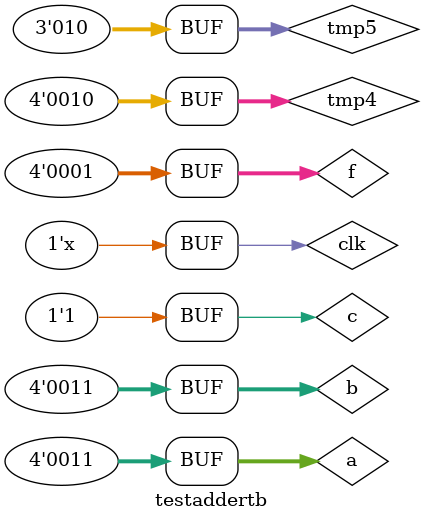
<source format=v>
`timescale 1ns/1ns
module testaddertb();
    reg [0:3] a,b,f;
    reg c;
    wire [4:0] d,e;
    reg clk;
    reg [5:0] fft_size;
    reg [2:0] tmp1 , tmp2 , tmp3;
    
    wire [3:0] tmp4;
    reg [2:0] tmp5;
    
 
    initial begin
        a = 3'b011;
        b = 3'b011;
        f = 3'b001;
        c = 1;
        clk = 0;
        fft_size = 6'b100000;
        tmp5 = 2;
    end
    testadder utest(
        .a(a),
        .b(b),
        .c(c),
        .d(d),
        .e(e)
    );
    assign tmp4 = tmp5;
    always #10 clk = ~clk;
    always@(posedge clk) begin
        case (fft_size)
            6'b100000:begin
                fft_size <= fft_size>>1;
                tmp1 <= tmp2;
            end
            6'b010000:begin
                fft_size <= fft_size>>1;
                tmp1 <= tmp2+1;
            end
        endcase
    end
    always@(*) begin
        case(fft_size)
            6'b100000:begin
                tmp2 = 2;
            end
            6'b010000:begin
                tmp2 = 4;
            end
        endcase
    end
    always@(posedge clk) begin
        if(tmp2 == 4)
            tmp3 <= 1;
    end

endmodule
</source>
